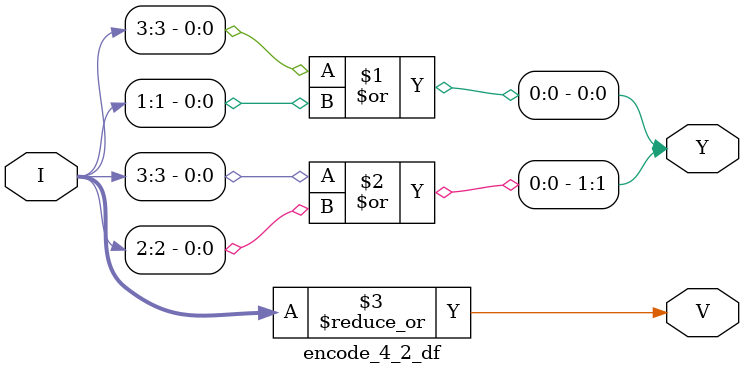
<source format=v>
/**************************************************
P1.1 4X2 ENCODER DATAFLOW
************************************************/

module encode_4_2_df(Y,V,I);

	input [3:0]I;
	output [1:0]Y;
	output V;

	assign Y={I[3]|I[2], I[3]|I[1]};
	assign V=|I;

endmodule
</source>
